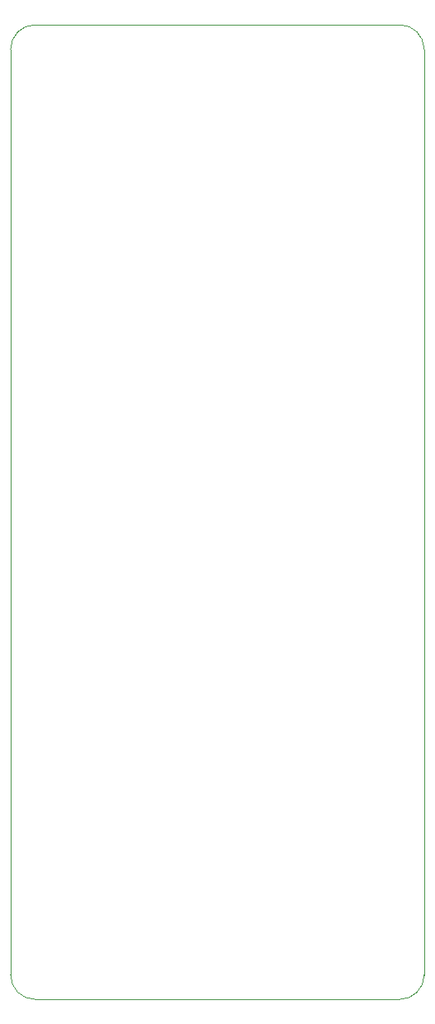
<source format=gm1>
G04 #@! TF.GenerationSoftware,KiCad,Pcbnew,(6.0.8-1)-1*
G04 #@! TF.CreationDate,2023-01-21T16:41:45+01:00*
G04 #@! TF.ProjectId,steiner-parker-vcf,73746569-6e65-4722-9d70-61726b65722d,rev?*
G04 #@! TF.SameCoordinates,Original*
G04 #@! TF.FileFunction,Profile,NP*
%FSLAX46Y46*%
G04 Gerber Fmt 4.6, Leading zero omitted, Abs format (unit mm)*
G04 Created by KiCad (PCBNEW (6.0.8-1)-1) date 2023-01-21 16:41:45*
%MOMM*%
%LPD*%
G01*
G04 APERTURE LIST*
G04 #@! TA.AperFunction,Profile*
%ADD10C,0.050000*%
G04 #@! TD*
G04 APERTURE END LIST*
D10*
X112500000Y-50000000D02*
G75*
G03*
X110000000Y-52500000I0J-2500000D01*
G01*
X150000000Y-150000000D02*
G75*
G03*
X152500000Y-147500000I0J2500000D01*
G01*
X110000000Y-147500000D02*
X110000000Y-52500000D01*
X152500000Y-52500000D02*
X152500000Y-147500000D01*
X152500000Y-52500000D02*
G75*
G03*
X150000000Y-50000000I-2500000J0D01*
G01*
X110000000Y-147500000D02*
G75*
G03*
X112500000Y-150000000I2500000J0D01*
G01*
X112500000Y-50000000D02*
X150000000Y-50000000D01*
X150000000Y-150000000D02*
X112500000Y-150000000D01*
M02*

</source>
